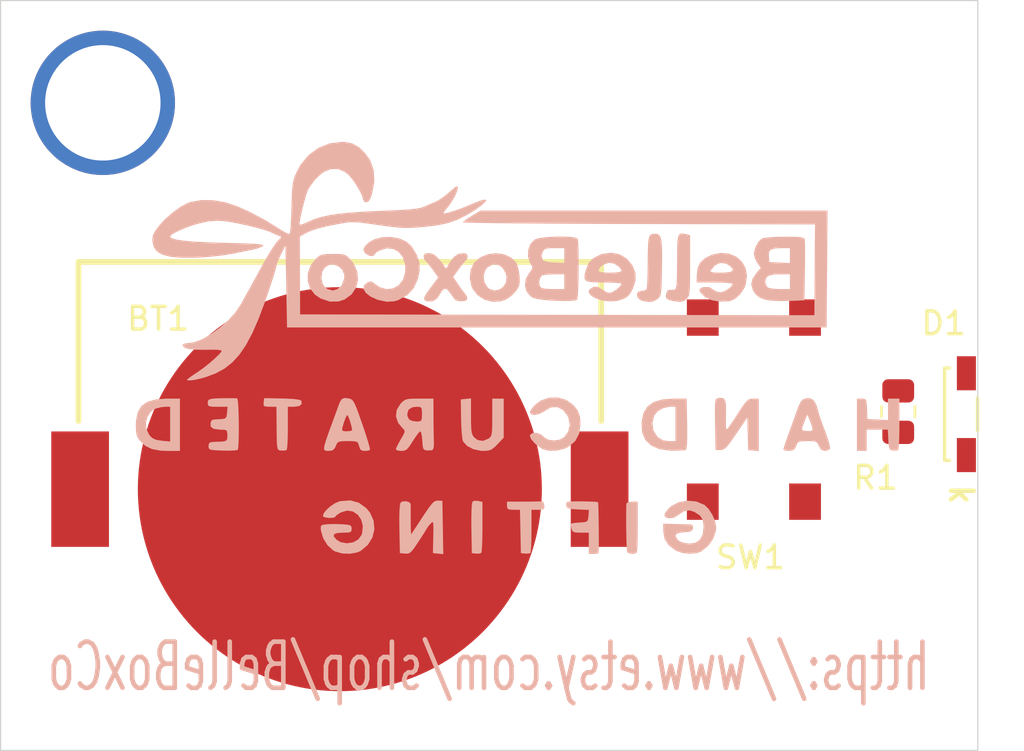
<source format=kicad_pcb>
(kicad_pcb (version 20240108) (generator "pcbnew") (generator_version "8.0")
  (layers (0 "F.Cu" signal) (31 "B.Cu" signal) (34 "B.Paste" user) (35 "F.Paste" user) (36 "B.SilkS" user "B.Silkscreen") (37 "F.SilkS" user "F.Silkscreen") (38 "B.Mask" user) (39 "F.Mask" user) (44 "Edge.Cuts" user))
  (net 0 "")
  (net 1 "Net-(BT1-+)")
  (net 2 "Net-(BT1--)")
  (net 3 "Net-(D1-A)")
  (net 4 "Net-(R1-Pad1)")
  (footprint "Belle:EVPBT" (layer "F.Cu") (at 180.65 112 90)
    (property "Reference" "SW1" (at -6.5 -0.15 0) (layer "F.SilkS") (effects (font (thickness 0.1524))))
    (property "Value" "SW_Push")
    (pad "1" smd rect (at -4.05 -2.25 90) (size 1.6 1.4) (layers "F.Cu" "F.Paste" "F.Mask") (net 1 "Net-(BT1-+)"))
    (pad "1" smd rect (at 4.05 -2.25 90) (size 1.6 1.4) (layers "F.Cu" "F.Paste" "F.Mask") (net 1 "Net-(BT1-+)"))
    (pad "2" smd rect (at -4.05 2.25 90) (size 1.6 1.4) (layers "F.Cu" "F.Paste" "F.Mask") (net 4 "Net-(R1-Pad1)"))
    (pad "2" smd rect (at 4.05 2.25 90) (size 1.6 1.4) (layers "F.Cu" "F.Paste" "F.Mask") (net 4 "Net-(R1-Pad1)"))
  )
  (footprint "Belle:CR2016" (layer "F.Cu") (at 162.43 115.5)
    (property "Reference" "BT1" (at -8 -7.5 0) (layer "F.SilkS") (effects (font (thickness 0.1524))))
    (property "Value" "Battery_Cell")
    (fp_line (start -11.5 -10) (end 11.5 -10) (stroke (width 0.254)) (layer "F.SilkS"))
    (fp_line (start -11.5 -3) (end -11.5 -10) (stroke (width 0.254)) (layer "F.SilkS"))
    (fp_line (start 11.5 -10) (end 11.5 -3) (stroke (width 0.254)) (layer "F.SilkS"))
    (pad "1" smd rect (at -11.43 0) (size 2.54 5.08) (layers "F.Cu" "F.Paste" "F.Mask") (net 1 "Net-(BT1-+)"))
    (pad "1" smd rect (at 11.43 0) (size 2.54 5.08) (layers "F.Cu" "F.Paste" "F.Mask") (net 1 "Net-(BT1-+)"))
    (pad "2" smd circle (at 0 0) (size 17.78 17.78) (layers "F.Cu" "F.Paste" "F.Mask") (net 2 "Net-(BT1--)"))
  )
  (footprint "Belle:LED_LTW-006DCG-E2_LTO" (layer "F.Cu") (at 189.7681 112.200001 -90)
    (property "Reference" "D1" (at -4 0.7681 0) (layer "F.SilkS") (effects (font (thickness 0.1524))))
    (property "Value" "LED")
    (fp_line (start -2.032 0.7239) (end 2.032 0.7239) (stroke (width 0.1524)) (layer "F.SilkS"))
    (fp_line (start 2.032 0.7239) (end 2.032 0.51994) (stroke (width 0.1524)) (layer "F.SilkS"))
    (fp_line (start -2.032 0.51994) (end -2.032 0.7239) (stroke (width 0.1524)) (layer "F.SilkS"))
    (fp_line (start 0.726043 -0.7239) (end -0.726043 -0.7239) (stroke (width 0.1524)) (layer "F.SilkS"))
    (fp_text user "k" (at 3 0.5776 -90) (layer "F.SilkS") (effects (font (thickness 0.2) (bold yes)) (justify left bottom)))
    (pad "1" smd rect (at 1.799999 -0.2319 270) (size 1.4986 0.8382) (layers "F.Cu" "F.Paste" "F.Mask") (net 2 "Net-(BT1--)"))
    (pad "2" smd rect (at -1.799999 -0.2319 270) (size 1.4986 0.8382) (layers "F.Cu" "F.Paste" "F.Mask") (net 3 "Net-(D1-A)"))
  )
  (footprint "Resistor_SMD:R_0805_2012Metric" (layer "F.Cu") (at 187 112.0875 90)
    (property "Reference" "R1" (at -2.9125 -1 0) (layer "F.SilkS") (effects (font (thickness 0.1524))))
    (property "Value" "R_US")
    (fp_line (start -0.227064 -0.735) (end 0.227064 -0.735) (stroke (width 0.12)) (layer "F.SilkS"))
    (fp_line (start -0.227064 0.735) (end 0.227064 0.735) (stroke (width 0.12)) (layer "F.SilkS"))
    (pad "1" smd roundrect (at -0.9125 0 90) (size 1.025 1.4) (layers "F.Cu" "F.Paste" "F.Mask") (roundrect_rratio 0.243902) (net 4 "Net-(R1-Pad1)"))
    (pad "2" smd roundrect (at 0.9125 0 90) (size 1.025 1.4) (layers "F.Cu" "F.Paste" "F.Mask") (roundrect_rratio 0.243902) (net 3 "Net-(D1-A)"))
  )
  (footprint "LOGO" (layer "B.Cu") (at 170 109.5 180)
    (property "Reference" "G***" (hide yes))
    (property "Value" "LOGO" (hide yes))
    (fp_poly (pts (xy 1.738993 -6.561691) (xy 1.759451 -6.663814) (xy 1.774461 -6.88195) (xy 1.783007 -7.188271) (xy 1.784076 -7.55495) (xy 1.781796 -7.735127) (xy 1.76289 -8.814447) (xy 1.58031 -8.83574) (xy 1.423135 -8.83382) (xy 1.346458 -8.805758) (xy 1.328651 -8.719425) (xy 1.313531 -8.51544) (xy 1.302271 -8.220056) (xy 1.296044 -7.859522) (xy 1.295184 -7.658981) (xy 1.295184 -6.563476) (xy 1.486234 -6.515526) (xy 1.668793 -6.510238)) (fill solid) (layer "B.SilkS"))
    (fp_poly (pts (xy -5.108336 -6.571304) (xy -5.034775 -6.63382) (xy -5.034489 -6.637819) (xy -5.028888 -6.972185) (xy -5.027643 -7.344258) (xy -5.030235 -7.7253) (xy -5.036149 -8.086576) (xy -5.044866 -8.399348) (xy -5.05587 -8.634881) (xy -5.068644 -8.764438) (xy -5.073019 -8.778817) (xy -5.174961 -8.834189) (xy -5.334807 -8.848853) (xy -5.471162 -8.818221) (xy -5.49254 -8.802455) (xy -5.509138 -8.717364) (xy -5.523247 -8.514416) (xy -5.533781 -8.219657) (xy -5.539656 -7.859132) (xy -5.54051 -7.65118) (xy -5.54051 -6.547875) (xy -5.288668 -6.547875)) (fill solid) (layer "B.SilkS"))
    (fp_poly (pts (xy -1.258794 -6.537326) (xy -1.057156 -6.543266) (xy -0.776862 -6.546983) (xy -0.53966 -6.547875) (xy 0.215864 -6.547875) (xy 0.215864 -6.727762) (xy 0.2 -6.843968) (xy 0.125363 -6.895401) (xy -0.048616 -6.907602) (xy -0.069866 -6.907649) (xy -0.355596 -6.907649) (xy -0.375673 -7.861048) (xy -0.395751 -8.814447) (xy -0.57833 -8.83574) (xy -0.735505 -8.83382) (xy -0.812183 -8.805758) (xy -0.831481 -8.718177) (xy -0.847461 -8.515612) (xy -0.858602 -8.226978) (xy -0.863381 -7.881189) (xy -0.863456 -7.831067) (xy -0.863456 -6.907649) (xy -1.156054 -6.907649) (xy -1.341441 -6.900128) (xy -1.420519 -6.859241) (xy -1.430769 -6.757504) (xy -1.425884 -6.709773) (xy -1.392823 -6.572705) (xy -1.34915 -6.529887)) (fill solid) (layer "B.SilkS"))
    (fp_poly (pts (xy 10.923901 -2.184912) (xy 10.926416 -2.305647) (xy 10.870008 -2.359989) (xy 10.717358 -2.374162) (xy 10.654071 -2.374504) (xy 10.361473 -2.374504) (xy 10.353825 -3.183994) (xy 10.349713 -3.602023) (xy 10.343846 -3.897837) (xy 10.332137 -4.093112) (xy 10.310497 -4.209524) (xy 10.274841 -4.268749) (xy 10.221082 -4.292462) (xy 10.145132 -4.302338) (xy 10.142916 -4.302595) (xy 9.985741 -4.300676) (xy 9.909064 -4.272614) (xy 9.889765 -4.185033) (xy 9.873785 -3.982468) (xy 9.862645 -3.693834) (xy 9.857866 -3.348045) (xy 9.857791 -3.297922) (xy 9.857791 -2.374504) (xy 9.57767 -2.374504) (xy 9.357615 -2.341649) (xy 9.248294 -2.251563) (xy 9.263978 -2.116964) (xy 9.272421 -2.102433) (xy 9.366494 -2.06455) (xy 9.58484 -2.03464) (xy 9.907939 -2.014869) (xy 10.111231 -2.009309) (xy 10.901133 -1.995319)) (fill solid) (layer "B.SilkS"))
    (fp_poly (pts (xy 15.677912 -2.048271) (xy 16.047465 -2.154604) (xy 16.308185 -2.342299) (xy 16.470048 -2.619922) (xy 16.543028 -2.996043) (xy 16.549575 -3.182926) (xy 16.540621 -3.462781) (xy 16.504945 -3.650196) (xy 16.429327 -3.796005) (xy 16.370525 -3.871436) (xy 16.129659 -4.094913) (xy 15.83836 -4.235599) (xy 15.465289 -4.304975) (xy 15.153573 -4.31728) (xy 14.606799 -4.31728) (xy 14.606799 -3.166006) (xy 14.606799 -3.139183) (xy 15.038527 -3.139183) (xy 15.038527 -3.903862) (xy 15.4121 -3.867966) (xy 15.664713 -3.826922) (xy 15.830875 -3.747291) (xy 15.948979 -3.627265) (xy 16.077127 -3.367821) (xy 16.099348 -3.078883) (xy 16.025496 -2.800781) (xy 15.865419 -2.573848) (xy 15.661081 -2.448512) (xy 15.432495 -2.393082) (xy 15.243654 -2.374504) (xy 15.038527 -2.374504) (xy 15.038527 -3.139183) (xy 14.606799 -3.139183) (xy 14.606799 -2.014731) (xy 15.189551 -2.014731)) (fill solid) (layer "B.SilkS"))
    (fp_poly (pts (xy -16.549575 -2.48587) (xy -16.549575 -2.957008) (xy -16.099858 -2.935586) (xy -15.650141 -2.914164) (xy -15.628719 -2.464447) (xy -15.614089 -2.21936) (xy -15.588366 -2.084866) (xy -15.534294 -2.027782) (xy -15.434619 -2.014925) (xy -15.394867 -2.014731) (xy -15.182436 -2.014731) (xy -15.182436 -3.166006) (xy -15.182436 -4.31728) (xy -15.3983 -4.31728) (xy -15.614164 -4.31728) (xy -15.614164 -3.849575) (xy -15.614164 -3.38187) (xy -16.078436 -3.38187) (xy -16.542708 -3.38187) (xy -16.56413 -3.831586) (xy -16.580219 -4.078225) (xy -16.608708 -4.215694) (xy -16.664635 -4.278711) (xy -16.763035 -4.301992) (xy -16.768132 -4.302595) (xy -16.925307 -4.300676) (xy -17.001984 -4.272614) (xy -17.019731 -4.18633) (xy -17.034815 -3.982291) (xy -17.046075 -3.686644) (xy -17.05235 -3.325534) (xy -17.053258 -3.118036) (xy -17.053258 -2.014731) (xy -16.801416 -2.014731) (xy -16.549575 -2.014731)) (fill solid) (layer "B.SilkS"))
    (fp_poly (pts (xy 2.023865 -2.02816) (xy 2.248862 -2.050708) (xy 2.235743 -2.908353) (xy 2.224684 -3.257029) (xy 2.204454 -3.562043) (xy 2.177994 -3.789303) (xy 2.150062 -3.90158) (xy 1.971257 -4.098335) (xy 1.695099 -4.242174) (xy 1.364356 -4.312999) (xy 1.266054 -4.317011) (xy 1.047833 -4.305847) (xy 0.892601 -4.253414) (xy 0.740145 -4.131925) (xy 0.636451 -4.026432) (xy 0.359774 -3.735583) (xy 0.359774 -2.875157) (xy 0.359774 -2.014731) (xy 0.611615 -2.014731) (xy 0.863456 -2.014731) (xy 0.863456 -2.838129) (xy 0.865325 -3.195675) (xy 0.874133 -3.437429) (xy 0.894686 -3.591494) (xy 0.931788 -3.685974) (xy 0.990243 -3.748969) (xy 1.023376 -3.77354) (xy 1.269228 -3.875946) (xy 1.502144 -3.840371) (xy 1.652155 -3.728075) (xy 1.718074 -3.641238) (xy 1.760917 -3.529994) (xy 1.78547 -3.363682) (xy 1.796517 -3.111643) (xy 1.798867 -2.788105) (xy 1.798867 -2.005613)) (fill solid) (layer "B.SilkS"))
    (fp_poly (pts (xy -7.421701 5.24902) (xy -7.351033 5.194383) (xy -7.30607 5.070877) (xy -7.281017 4.860649) (xy -7.270078 4.545844) (xy -7.267458 4.10861) (xy -7.267422 4.003441) (xy -7.265466 3.554277) (xy -7.258437 3.229258) (xy -7.244594 3.008658) (xy -7.222198 2.87275) (xy -7.189507 2.801808) (xy -7.15949 2.780212) (xy -6.998995 2.76624) (xy -6.946639 2.779056) (xy -6.860295 2.75147) (xy -6.795424 2.637099) (xy -6.770888 2.493045) (xy -6.80555 2.376408) (xy -6.81149 2.369927) (xy -6.918195 2.321021) (xy -7.110789 2.274329) (xy -7.207762 2.258662) (xy -7.431289 2.241258) (xy -7.575243 2.275386) (xy -7.690549 2.365903) (xy -7.744367 2.427285) (xy -7.783794 2.502356) (xy -7.81106 2.612771) (xy -7.828391 2.780182) (xy -7.838016 3.026245) (xy -7.842163 3.372613) (xy -7.843059 3.84094) (xy -7.843059 3.848204) (xy -7.843059 5.177995) (xy -7.663334 5.223103) (xy -7.523869 5.252642)) (fill solid) (layer "B.SilkS"))
    (fp_poly (pts (xy -6.261073 5.238606) (xy -6.163736 5.225365) (xy -6.092204 5.189555) (xy -6.042295 5.111531) (xy -6.00983 4.971646) (xy -5.990629 4.750257) (xy -5.98051 4.427715) (xy -5.975295 3.984376) (xy -5.974569 3.89214) (xy -5.969263 3.518237) (xy -5.960075 3.195611) (xy -5.948136 2.951655) (xy -5.934578 2.813761) (xy -5.929214 2.794831) (xy -5.835768 2.747486) (xy -5.722146 2.734278) (xy -5.563403 2.688644) (xy -5.499008 2.578661) (xy -5.524607 2.444709) (xy -5.635847 2.327167) (xy -5.771742 2.274292) (xy -6.03672 2.235813) (xy -6.220694 2.255028) (xy -6.377676 2.339825) (xy -6.413983 2.36809) (xy -6.475916 2.423771) (xy -6.521098 2.490264) (xy -6.552663 2.590007) (xy -6.573745 2.74544) (xy -6.58748 2.979) (xy -6.597 3.313125) (xy -6.604829 3.734377) (xy -6.610551 4.243374) (xy -6.605369 4.625791) (xy -6.585362 4.898789) (xy -6.546607 5.079527) (xy -6.485184 5.185166) (xy -6.397171 5.232865) (xy -6.278646 5.239786)) (fill solid) (layer "B.SilkS"))
    (fp_poly (pts (xy -6.615203 -2.050914) (xy -6.234443 -2.163901) (xy -5.961861 -2.360345) (xy -5.788719 -2.6469) (xy -5.706279 -3.030219) (xy -5.701648 -3.089345) (xy -5.730229 -3.507474) (xy -5.873969 -3.840598) (xy -6.130264 -4.086426) (xy -6.49651 -4.242666) (xy -6.970101 -4.307027) (xy -7.087535 -4.308634) (xy -7.349099 -4.303205) (xy -7.555195 -4.291544) (xy -7.662149 -4.276148) (xy -7.663173 -4.275737) (xy -7.691047 -4.192342) (xy -7.709324 -3.977599) (xy -7.717464 -3.643782) (xy -7.714926 -3.203168) (xy -7.71362 -3.130143) (xy -7.713618 -3.130028) (xy -7.195467 -3.130028) (xy -7.195467 -3.885552) (xy -6.902114 -3.885552) (xy -6.657557 -3.853636) (xy -6.462039 -3.735065) (xy -6.398431 -3.675223) (xy -6.227755 -3.409098) (xy -6.185727 -3.089828) (xy -6.256965 -2.778385) (xy -6.396315 -2.591189) (xy -6.629288 -2.448385) (xy -6.906566 -2.377672) (xy -6.97603 -2.374504) (xy -7.195467 -2.374504) (xy -7.195467 -3.130028) (xy -7.713618 -3.130028) (xy -7.692113 -2.014731) (xy -7.11288 -2.014731)) (fill solid) (layer "B.SilkS"))
    (fp_poly (pts (xy 8.15694 4.347594) (xy 8.345739 4.323513) (xy 8.477377 4.270381) (xy 8.595123 4.177562) (xy 8.599623 4.173371) (xy 8.84934 3.858817) (xy 8.978207 3.513844) (xy 8.988849 3.164669) (xy 8.883888 2.83751) (xy 8.665948 2.558585) (xy 8.421439 2.392493) (xy 8.015015 2.254507) (xy 7.626127 2.257977) (xy 7.354382 2.350598) (xy 7.052351 2.571091) (xy 6.856367 2.865263) (xy 6.770767 3.204982) (xy 6.789021 3.428859) (xy 7.376361 3.428859) (xy 7.381802 3.259686) (xy 7.488887 2.98294) (xy 7.663782 2.806283) (xy 7.88053 2.742197) (xy 8.113172 2.803166) (xy 8.203725 2.86444) (xy 8.329941 3.049216) (xy 8.377313 3.297953) (xy 8.343359 3.552635) (xy 8.241112 3.7391) (xy 8.046186 3.866449) (xy 7.828503 3.880272) (xy 7.621806 3.799396) (xy 7.459844 3.64265) (xy 7.376361 3.428859) (xy 6.789021 3.428859) (xy 6.799887 3.56212) (xy 6.948063 3.908545) (xy 7.086356 4.08923) (xy 7.216398 4.223997) (xy 7.328667 4.302744) (xy 7.467675 4.340514) (xy 7.677938 4.352348) (xy 7.867711 4.353258)) (fill solid) (layer "B.SilkS"))
    (fp_poly (pts (xy 1.047777 4.342211) (xy 1.373825 4.212938) (xy 1.637106 3.996696) (xy 1.675744 3.947738) (xy 1.81912 3.638365) (xy 1.853795 3.27958) (xy 1.777471 2.918865) (xy 1.73062 2.8135) (xy 1.51013 2.52866) (xy 1.205769 2.335258) (xy 0.852586 2.243692) (xy 0.485631 2.264359) (xy 0.214742 2.363827) (xy 0.002528 2.516886) (xy -0.186149 2.715736) (xy -0.204841 2.741589) (xy -0.304906 2.914419) (xy -0.346813 3.088475) (xy -0.343572 3.326985) (xy -0.340892 3.360103) (xy 0.240209 3.360103) (xy 0.257205 3.112013) (xy 0.372762 2.914426) (xy 0.553674 2.785939) (xy 0.766738 2.745144) (xy 0.978749 2.810639) (xy 1.076517 2.891755) (xy 1.209577 3.12244) (xy 1.24094 3.385498) (xy 1.171161 3.630229) (xy 1.067019 3.759632) (xy 0.838386 3.879768) (xy 0.613248 3.870856) (xy 0.418427 3.745858) (xy 0.28074 3.517731) (xy 0.240209 3.360103) (xy -0.340892 3.360103) (xy -0.338415 3.39071) (xy -0.297048 3.652991) (xy -0.229671 3.882901) (xy -0.183326 3.978137) (xy 0.043408 4.202476) (xy 0.347529 4.337553) (xy 0.693998 4.38394)) (fill solid) (layer "B.SilkS"))
    (fp_poly (pts (xy -2.664392 -6.538904) (xy -2.459443 -6.544276) (xy -2.391476 -6.607264) (xy -2.387488 -6.709773) (xy -2.412953 -6.796471) (xy -2.480607 -6.847857) (xy -2.623474 -6.875733) (xy -2.874581 -6.891901) (xy -2.900317 -6.893042) (xy -3.390153 -6.914413) (xy -3.368023 -7.180861) (xy -3.348332 -7.339583) (xy -3.297305 -7.420531) (xy -3.175276 -7.453755) (xy -2.99075 -7.466663) (xy -2.779492 -7.483661) (xy -2.636471 -7.505434) (xy -2.604346 -7.517278) (xy -2.59648 -7.602251) (xy -2.619075 -7.731776) (xy -2.661509 -7.841642) (xy -2.744552 -7.895976) (xy -2.910223 -7.913818) (xy -3.023467 -7.915014) (xy -3.38187 -7.915014) (xy -3.38187 -8.382719) (xy -3.38187 -8.850425) (xy -3.597734 -8.850425) (xy -3.750503 -8.839953) (xy -3.816649 -8.814741) (xy -3.816681 -8.814447) (xy -3.822691 -8.666978) (xy -3.825606 -8.423766) (xy -3.825787 -8.114948) (xy -3.823591 -7.77066) (xy -3.819379 -7.421039) (xy -3.81351 -7.096222) (xy -3.806341 -6.826345) (xy -3.798233 -6.641544) (xy -3.789967 -6.572215) (xy -3.709069 -6.558434) (xy -3.52017 -6.547458) (xy -3.259162 -6.540043) (xy -2.961938 -6.53694)) (fill solid) (layer "B.SilkS"))
    (fp_poly (pts (xy -9.046502 -1.998639) (xy -8.998282 -2.019918) (xy -8.964674 -2.073862) (xy -8.94369 -2.181711) (xy -8.933348 -2.364703) (xy -8.931661 -2.644077) (xy -8.936646 -3.041072) (xy -8.93857 -3.153639) (xy -8.958357 -4.281303) (xy -9.174221 -4.281303) (xy -9.274628 -4.269722) (xy -9.369008 -4.221688) (xy -9.476922 -4.117267) (xy -9.617935 -3.936524) (xy -9.811609 -3.659526) (xy -9.873046 -3.569218) (xy -10.356008 -2.857133) (xy -10.376729 -3.569218) (xy -10.39745 -4.281303) (xy -10.631303 -4.303851) (xy -10.865156 -4.326398) (xy -10.865156 -3.170564) (xy -10.865156 -2.014731) (xy -10.614885 -2.014731) (xy -10.490819 -2.023426) (xy -10.390275 -2.065097) (xy -10.287744 -2.163119) (xy -10.157715 -2.34087) (xy -10.006339 -2.572379) (xy -9.833945 -2.837271) (xy -9.67895 -3.069332) (xy -9.566004 -3.231891) (xy -9.537063 -3.270584) (xy -9.483284 -3.337367) (xy -9.447771 -3.362481) (xy -9.427311 -3.326125) (xy -9.418691 -3.208503) (xy -9.418698 -2.989814) (xy -9.424119 -2.650261) (xy -9.4253 -2.581901) (xy -9.420947 -2.271448) (xy -9.385437 -2.082022) (xy -9.304559 -1.99174) (xy -9.164102 -1.978721)) (fill solid) (layer "B.SilkS"))
    (fp_poly (pts (xy -1.638395 -1.971945) (xy -1.278871 -2.093586) (xy -1.043876 -2.261409) (xy -0.894399 -2.425348) (xy -0.803885 -2.568918) (xy -0.791501 -2.616853) (xy -0.847909 -2.709935) (xy -0.990735 -2.737258) (xy -1.180385 -2.702566) (xy -1.377263 -2.609602) (xy -1.452216 -2.554391) (xy -1.720938 -2.403706) (xy -1.987633 -2.38921) (xy -2.23069 -2.504521) (xy -2.4285 -2.743256) (xy -2.484978 -2.859393) (xy -2.545376 -3.17595) (xy -2.470957 -3.479099) (xy -2.292286 -3.714954) (xy -2.091581 -3.82183) (xy -1.843281 -3.856451) (xy -1.602204 -3.820493) (xy -1.423168 -3.715633) (xy -1.400422 -3.687677) (xy -1.268676 -3.577682) (xy -1.095979 -3.522429) (xy -0.929187 -3.524339) (xy -0.815158 -3.585833) (xy -0.791501 -3.656226) (xy -0.847699 -3.796721) (xy -0.991609 -3.970123) (xy -1.186204 -4.137572) (xy -1.34442 -4.236534) (xy -1.620109 -4.311962) (xy -1.954867 -4.308442) (xy -2.290857 -4.23095) (xy -2.49169 -4.137844) (xy -2.787281 -3.884233) (xy -2.964271 -3.549366) (xy -3.022096 -3.141827) (xy -2.994811 -2.799578) (xy -2.898975 -2.537862) (xy -2.713616 -2.301396) (xy -2.696874 -2.284487) (xy -2.384853 -2.067918) (xy -2.019541 -1.963563)) (fill solid) (layer "B.SilkS"))
    (fp_poly (pts (xy 5.718697 5.08763) (xy 6.070276 4.992171) (xy 6.288999 4.867185) (xy 6.483315 4.681323) (xy 6.539784 4.52092) (xy 6.460486 4.377812) (xy 6.421955 4.34549) (xy 6.272831 4.269743) (xy 6.13097 4.250507) (xy 6.049154 4.291982) (xy 6.044193 4.315433) (xy 5.986591 4.393111) (xy 5.84646 4.487627) (xy 5.831902 4.495319) (xy 5.51167 4.595863) (xy 5.219801 4.568274) (xy 4.97473 4.427987) (xy 4.794891 4.190436) (xy 4.698719 3.871055) (xy 4.696734 3.54491) (xy 4.792399 3.221187) (xy 4.979241 2.981452) (xy 5.229339 2.837733) (xy 5.514771 2.802058) (xy 5.807615 2.886454) (xy 5.970903 2.996038) (xy 6.126707 3.113453) (xy 6.237668 3.142845) (xy 6.360821 3.097826) (xy 6.372175 3.091811) (xy 6.51293 2.961539) (xy 6.528226 2.8042) (xy 6.42947 2.637194) (xy 6.228068 2.477924) (xy 5.935427 2.343793) (xy 5.867335 2.321631) (xy 5.505276 2.245731) (xy 5.186225 2.265347) (xy 5.00085 2.31849) (xy 4.611573 2.525439) (xy 4.322302 2.835202) (xy 4.132429 3.248606) (xy 4.058402 3.599586) (xy 4.065191 3.956063) (xy 4.187158 4.319755) (xy 4.416224 4.693951) (xy 4.648182 4.901475) (xy 4.968608 5.038671) (xy 5.33846 5.101926)) (fill solid) (layer "B.SilkS"))
    (fp_poly (pts (xy 3.324292 -6.507502) (xy 3.411357 -6.542926) (xy 3.507612 -6.627933) (xy 3.630129 -6.780902) (xy 3.79598 -7.020207) (xy 4.006046 -7.339377) (xy 4.175369 -7.598124) (xy 4.314105 -7.808153) (xy 4.404439 -7.942612) (xy 4.42914 -7.977186) (xy 4.439768 -7.922774) (xy 4.447649 -7.755066) (xy 4.451648 -7.504668) (xy 4.451859 -7.365571) (xy 4.451664 -7.070272) (xy 4.452647 -6.827054) (xy 4.454606 -6.674024) (xy 4.455645 -6.646207) (xy 4.521465 -6.568163) (xy 4.662486 -6.53005) (xy 4.813456 -6.540445) (xy 4.896573 -6.588256) (xy 4.928381 -6.703644) (xy 4.948157 -6.95218) (xy 4.955418 -7.323566) (xy 4.950996 -7.747454) (xy 4.928895 -8.814447) (xy 4.701182 -8.836537) (xy 4.585165 -8.838056) (xy 4.489079 -8.801379) (xy 4.387017 -8.703833) (xy 4.253068 -8.522745) (xy 4.12561 -8.332854) (xy 3.96556 -8.08825) (xy 3.837069 -7.886848) (xy 3.76037 -7.760561) (xy 3.748799 -7.738409) (xy 3.681461 -7.638277) (xy 3.582416 -7.522545) (xy 3.520218 -7.461012) (xy 3.481007 -7.451326) (xy 3.460324 -7.5143) (xy 3.453708 -7.670745) (xy 3.456699 -7.941476) (xy 3.45976 -8.094901) (xy 3.474534 -8.814447) (xy 3.24651 -8.83713) (xy 3.018487 -8.859812) (xy 3.03828 -7.685855) (xy 3.058074 -6.511898) (xy 3.229347 -6.503284)) (fill solid) (layer "B.SilkS"))
    (fp_poly (pts (xy 3.828487 4.366) (xy 3.883786 4.281176) (xy 3.885553 4.249572) (xy 3.855718 4.114018) (xy 3.820251 4.069551) (xy 3.745951 3.993036) (xy 3.619697 3.83563) (xy 3.499135 3.673118) (xy 3.243321 3.317043) (xy 3.564437 2.889865) (xy 3.750373 2.633474) (xy 3.850022 2.464359) (xy 3.869852 2.359768) (xy 3.816332 2.296946) (xy 3.741643 2.266572) (xy 3.501194 2.256674) (xy 3.298861 2.37837) (xy 3.205938 2.510765) (xy 3.071512 2.733438) (xy 2.955894 2.821048) (xy 2.838617 2.776978) (xy 2.699213 2.604609) (xy 2.693161 2.595509) (xy 2.570923 2.41481) (xy 2.483655 2.32097) (xy 2.384638 2.282365) (xy 2.227156 2.267376) (xy 2.206265 2.26595) (xy 2.038745 2.287838) (xy 1.963686 2.351847) (xy 1.976922 2.478554) (xy 2.038088 2.576423) (xy 2.143214 2.707895) (xy 2.285535 2.904173) (xy 2.365554 3.020708) (xy 2.580254 3.34039) (xy 2.316715 3.702915) (xy 2.170115 3.896794) (xy 2.053162 4.037424) (xy 1.997976 4.089424) (xy 1.951873 4.17176) (xy 1.942776 4.251322) (xy 1.986983 4.359362) (xy 2.127393 4.389235) (xy 2.373187 4.346957) (xy 2.571381 4.204818) (xy 2.733178 3.979189) (xy 2.892397 3.709334) (xy 3.04719 3.922736) (xy 3.246826 4.174367) (xy 3.413005 4.319901) (xy 3.576197 4.382176) (xy 3.669689 4.389235)) (fill solid) (layer "B.SilkS"))
    (fp_poly (pts (xy -8.818175 4.322606) (xy -8.506847 4.173945) (xy -8.286919 3.980464) (xy -8.165993 3.717408) (xy -8.130878 3.377186) (xy -8.130878 3.094051) (xy -8.922379 3.094051) (xy -9.243004 3.088385) (xy -9.500433 3.072987) (xy -9.666229 3.050252) (xy -9.713881 3.027319) (xy -9.654722 2.923285) (xy -9.511415 2.804884) (xy -9.335217 2.706492) (xy -9.177382 2.662484) (xy -9.169657 2.662323) (xy -8.996093 2.701521) (xy -8.90953 2.756293) (xy -8.682729 2.895562) (xy -8.431302 2.894091) (xy -8.380703 2.87742) (xy -8.257411 2.81369) (xy -8.252006 2.730806) (xy -8.291384 2.657591) (xy -8.495642 2.450393) (xy -8.799278 2.311214) (xy -9.170409 2.249081) (xy -9.577149 2.273024) (xy -9.621318 2.281033) (xy -9.840127 2.384027) (xy -10.054879 2.584485) (xy -10.226398 2.840314) (xy -10.29186 3.001538) (xy -10.347825 3.392163) (xy -10.3056 3.616574) (xy -9.715789 3.616574) (xy -9.592013 3.555301) (xy -9.329853 3.527719) (xy -9.205952 3.525779) (xy -8.933721 3.53205) (xy -8.785511 3.553417) (xy -8.741871 3.593709) (xy -8.749191 3.615723) (xy -8.943028 3.852014) (xy -9.171706 3.954602) (xy -9.421038 3.919437) (xy -9.553961 3.845495) (xy -9.702624 3.712864) (xy -9.715789 3.616574) (xy -10.3056 3.616574) (xy -10.283045 3.736449) (xy -10.116669 4.021819) (xy -9.867846 4.235697) (xy -9.555724 4.365505) (xy -9.19945 4.398667)) (fill solid) (layer "B.SilkS"))
    (fp_poly (pts (xy -7.337414 -6.57299) (xy -7.010279 -6.7449) (xy -6.89469 -6.849566) (xy -6.738839 -7.046138) (xy -6.705774 -7.17824) (xy -6.795741 -7.256863) (xy -6.904432 -7.282298) (xy -7.128819 -7.261134) (xy -7.313739 -7.144524) (xy -7.574481 -6.973266) (xy -7.817863 -6.934137) (xy -8.038426 -7.004981) (xy -8.273036 -7.160119) (xy -8.395279 -7.346932) (xy -8.435647 -7.614414) (xy -8.436308 -7.64423) (xy -8.396978 -7.991008) (xy -8.265177 -8.230339) (xy -8.073286 -8.35496) (xy -7.840133 -8.395001) (xy -7.586556 -8.368437) (xy -7.3738 -8.286243) (xy -7.291269 -8.214856) (xy -7.2062 -8.066347) (xy -7.232421 -7.972306) (xy -7.3814 -7.919956) (xy -7.573229 -7.900786) (xy -7.797784 -7.879991) (xy -7.915934 -7.839576) (xy -7.965166 -7.762364) (xy -7.973985 -7.717139) (xy -7.95695 -7.585575) (xy -7.866053 -7.549827) (xy -7.73224 -7.545551) (xy -7.502035 -7.539345) (xy -7.222918 -7.532481) (xy -7.195467 -7.531838) (xy -6.655807 -7.519263) (xy -6.659413 -7.846434) (xy -6.717542 -8.188508) (xy -6.891869 -8.465064) (xy -7.194916 -8.69572) (xy -7.205264 -8.701645) (xy -7.479878 -8.802562) (xy -7.804081 -8.842952) (xy -8.115682 -8.820086) (xy -8.321079 -8.750617) (xy -8.628992 -8.509249) (xy -8.856924 -8.189592) (xy -8.979134 -7.83266) (xy -8.992754 -7.680377) (xy -8.947118 -7.422622) (xy -8.826509 -7.13513) (xy -8.660721 -6.874139) (xy -8.479548 -6.695883) (xy -8.4669 -6.68786) (xy -8.104779 -6.540454) (xy -7.715265 -6.503503)) (fill solid) (layer "B.SilkS"))
    (fp_poly (pts (xy -12.940676 -1.999802) (xy -12.885225 -2.011828) (xy -12.780015 -2.064286) (xy -12.688875 -2.182975) (xy -12.592982 -2.397147) (xy -12.534847 -2.556375) (xy -12.418271 -2.885241) (xy -12.281067 -3.266858) (xy -12.152767 -3.619094) (xy -12.151746 -3.62187) (xy -12.056322 -3.88887) (xy -11.9841 -4.10511) (xy -11.94699 -4.234413) (xy -11.944476 -4.251473) (xy -12.007621 -4.295469) (xy -12.162331 -4.316881) (xy -12.189278 -4.31728) (xy -12.368247 -4.295905) (xy -12.465639 -4.205117) (xy -12.509331 -4.101416) (xy -12.560806 -3.98015) (xy -12.634037 -3.915654) (xy -12.769962 -3.890073) (xy -13.004278 -3.885552) (xy -13.242069 -3.890441) (xy -13.377523 -3.917028) (xy -13.452157 -3.983198) (xy -13.505453 -4.101416) (xy -13.600505 -4.262881) (xy -13.743874 -4.31635) (xy -13.775328 -4.31728) (xy -13.929752 -4.283408) (xy -14.001826 -4.217986) (xy -13.993859 -4.110951) (xy -13.940955 -3.905877) (xy -13.852949 -3.637804) (xy -13.794779 -3.480451) (xy -13.758464 -3.383146) (xy -13.225238 -3.383146) (xy -13.16519 -3.438092) (xy -13.019113 -3.44331) (xy -12.987641 -3.44136) (xy -12.82177 -3.418151) (xy -12.76714 -3.363099) (xy -12.780861 -3.281854) (xy -12.842155 -3.110518) (xy -12.914267 -2.929632) (xy -13.002434 -2.719942) (xy -13.121047 -3.016385) (xy -13.207706 -3.251551) (xy -13.225238 -3.383146) (xy -13.758464 -3.383146) (xy -13.680486 -3.174203) (xy -13.582096 -2.894803) (xy -13.514739 -2.68588) (xy -13.498552 -2.626345) (xy -13.400995 -2.295465) (xy -13.286574 -2.091846) (xy -13.138673 -1.998841)) (fill solid) (layer "B.SilkS"))
    (fp_poly (pts (xy 12.691279 -1.998139) (xy 12.991375 -2.004812) (xy 13.189548 -2.020486) (xy 13.306789 -2.048884) (xy 13.364087 -2.09373) (xy 13.382431 -2.158748) (xy 13.38357 -2.194617) (xy 13.374551 -2.293935) (xy 13.325075 -2.347771) (xy 13.201511 -2.370001) (xy 12.97023 -2.374495) (xy 12.947498 -2.374504) (xy 12.511426 -2.374504) (xy 12.533759 -2.639957) (xy 12.558044 -2.810719) (xy 12.622037 -2.889108) (xy 12.770604 -2.915595) (xy 12.84391 -2.919749) (xy 13.062964 -2.932027) (xy 13.178115 -2.951269) (xy 13.229076 -2.993574) (xy 13.255563 -3.075042) (xy 13.258922 -3.087983) (xy 13.251465 -3.24899) (xy 13.123571 -3.345519) (xy 12.869576 -3.381446) (xy 12.829519 -3.38187) (xy 12.636344 -3.388035) (xy 12.547016 -3.428265) (xy 12.52148 -3.535165) (xy 12.520113 -3.633711) (xy 12.525704 -3.775821) (xy 12.563405 -3.857809) (xy 12.664614 -3.897229) (xy 12.860726 -3.911635) (xy 13.023796 -3.91532) (xy 13.22379 -3.926905) (xy 13.318502 -3.966239) (xy 13.346453 -4.055458) (xy 13.347592 -4.101416) (xy 13.341343 -4.188546) (xy 13.303673 -4.242953) (xy 13.206197 -4.27389) (xy 13.020531 -4.290607) (xy 12.73257 -4.30188) (xy 12.447618 -4.305675) (xy 12.219746 -4.297995) (xy 12.085536 -4.280489) (xy 12.066989 -4.271899) (xy 12.044671 -4.181643) (xy 12.028837 -3.982037) (xy 12.019204 -3.702865) (xy 12.015493 -3.37391) (xy 12.017421 -3.024956) (xy 12.024708 -2.685786) (xy 12.037072 -2.386183) (xy 12.054232 -2.155932) (xy 12.075907 -2.024816) (xy 12.088385 -2.005736) (xy 12.222928 -1.997391) (xy 12.268272 -1.996742)) (fill solid) (layer "B.SilkS"))
    (fp_poly (pts (xy 7.479496 -2.030003) (xy 7.569577 -2.164732) (xy 7.649961 -2.374504) (xy 7.728133 -2.59493) (xy 7.837275 -2.89478) (xy 7.957275 -3.21894) (xy 7.991343 -3.309915) (xy 8.099147 -3.608332) (xy 8.188789 -3.877419) (xy 8.245892 -4.073212) (xy 8.256096 -4.119405) (xy 8.265993 -4.255675) (xy 8.202974 -4.308819) (xy 8.06084 -4.31728) (xy 7.884325 -4.290648) (xy 7.783718 -4.181971) (xy 7.74908 -4.101416) (xy 7.695872 -3.982974) (xy 7.623555 -3.918372) (xy 7.492342 -3.891334) (xy 7.262444 -3.885585) (xy 7.221387 -3.885552) (xy 6.976412 -3.888976) (xy 6.838334 -3.910037) (xy 6.770145 -3.964918) (xy 6.73484 -4.069801) (xy 6.727762 -4.101416) (xy 6.667583 -4.258113) (xy 6.551951 -4.313754) (xy 6.482196 -4.31728) (xy 6.322115 -4.303636) (xy 6.242454 -4.275692) (xy 6.250821 -4.197154) (xy 6.300763 -4.006939) (xy 6.385192 -3.728804) (xy 6.497025 -3.386504) (xy 6.51002 -3.348508) (xy 7.036023 -3.348508) (xy 7.036906 -3.415187) (xy 7.129678 -3.442977) (xy 7.287215 -3.453824) (xy 7.43325 -3.439611) (xy 7.471669 -3.372042) (xy 7.454535 -3.277111) (xy 7.390747 -3.058625) (xy 7.32138 -2.872765) (xy 7.262412 -2.758471) (xy 7.235195 -2.74252) (xy 7.184942 -2.837051) (xy 7.124489 -3.005203) (xy 7.069596 -3.19351) (xy 7.036023 -3.348508) (xy 6.51002 -3.348508) (xy 6.580044 -3.143761) (xy 6.723158 -2.73558) (xy 6.830799 -2.443183) (xy 6.913782 -2.246093) (xy 6.982918 -2.12383) (xy 7.049023 -2.055919) (xy 7.122909 -2.021879) (xy 7.179618 -2.008342) (xy 7.360679 -1.986569)) (fill solid) (layer "B.SilkS"))
    (fp_poly (pts (xy 7.538126 -6.525406) (xy 7.60775 -6.542639) (xy 7.79813 -6.62617) (xy 7.995629 -6.762026) (xy 8.168573 -6.920485) (xy 8.285286 -7.071826) (xy 8.314092 -7.186329) (xy 8.308103 -7.199775) (xy 8.221468 -7.242791) (xy 8.066946 -7.264157) (xy 7.903601 -7.262548) (xy 7.790498 -7.236637) (xy 7.771105 -7.21183) (xy 7.713861 -7.145352) (xy 7.571816 -7.049871) (xy 7.526677 -7.024605) (xy 7.251495 -6.94264) (xy 6.997294 -6.982708) (xy 6.783976 -7.122938) (xy 6.631443 -7.341459) (xy 6.559595 -7.616397) (xy 6.588334 -7.925883) (xy 6.619372 -8.021742) (xy 6.763536 -8.217417) (xy 6.992352 -8.340112) (xy 7.262074 -8.381847) (xy 7.528961 -8.33464) (xy 7.717139 -8.222052) (xy 7.836966 -8.079397) (xy 7.825103 -7.982654) (xy 7.679032 -7.928956) (xy 7.447309 -7.915014) (xy 7.220465 -7.910109) (xy 7.102334 -7.885144) (xy 7.057799 -7.824748) (xy 7.051558 -7.741787) (xy 7.063715 -7.643257) (xy 7.123012 -7.587821) (xy 7.263693 -7.559102) (xy 7.465298 -7.543911) (xy 7.754219 -7.534561) (xy 8.033851 -7.537965) (xy 8.157221 -7.545606) (xy 8.336097 -7.569915) (xy 8.408142 -7.626089) (xy 8.409892 -7.758456) (xy 8.399512 -7.83955) (xy 8.300002 -8.167625) (xy 8.111526 -8.468514) (xy 7.868441 -8.691814) (xy 7.787505 -8.737337) (xy 7.473475 -8.829128) (xy 7.122405 -8.843417) (xy 6.796825 -8.78152) (xy 6.647789 -8.713367) (xy 6.334862 -8.448282) (xy 6.134321 -8.120078) (xy 6.049759 -7.756271) (xy 6.08477 -7.384378) (xy 6.242945 -7.031919) (xy 6.402793 -6.836867) (xy 6.734586 -6.597364) (xy 7.11402 -6.493302)) (fill solid) (layer "B.SilkS"))
    (fp_poly (pts (xy -3.970432 4.352624) (xy -3.923578 4.337635) (xy -3.589846 4.174633) (xy -3.369549 3.940749) (xy -3.245281 3.632977) (xy -3.196526 3.41293) (xy -3.193909 3.262697) (xy -3.256962 3.168985) (xy -3.405218 3.118502) (xy -3.658207 3.097955) (xy -4.035461 3.094051) (xy -4.03716 3.094051) (xy -4.353532 3.088847) (xy -4.608748 3.074746) (xy -4.773626 3.054009) (xy -4.820963 3.033249) (xy -4.763772 2.932702) (xy -4.619641 2.803096) (xy -4.429739 2.680938) (xy -4.414923 2.673158) (xy -4.293477 2.637229) (xy -4.159625 2.673921) (xy -3.989089 2.777883) (xy -3.800088 2.890327) (xy -3.665239 2.919199) (xy -3.549662 2.885769) (xy -3.401758 2.778943) (xy -3.375864 2.661574) (xy -3.451523 2.543455) (xy -3.608279 2.434375) (xy -3.825677 2.344126) (xy -4.083258 2.282498) (xy -4.360569 2.259281) (xy -4.637151 2.284267) (xy -4.749008 2.31174) (xy -4.99415 2.406291) (xy -5.158634 2.538055) (xy -5.29155 2.751509) (xy -5.334469 2.84221) (xy -5.448118 3.200282) (xy -5.43595 3.527212) (xy -5.407268 3.597734) (xy -4.820963 3.597734) (xy -4.754411 3.560823) (xy -4.576038 3.535318) (xy -4.317769 3.525779) (xy -4.31728 3.525779) (xy -4.041052 3.532629) (xy -3.883231 3.556614) (xy -3.818815 3.60289) (xy -3.813598 3.629631) (xy -3.877005 3.761) (xy -4.034794 3.877544) (xy -4.238315 3.948571) (xy -4.333291 3.957507) (xy -4.512848 3.912428) (xy -4.686482 3.80305) (xy -4.801619 3.668157) (xy -4.820963 3.597734) (xy -5.407268 3.597734) (xy -5.30484 3.849575) (xy -5.062333 4.145457) (xy -4.741033 4.334309) (xy -4.368035 4.406555)) (fill solid) (layer "B.SilkS"))
    (fp_poly (pts (xy 4.374722 -2.017339) (xy 4.571474 -2.032093) (xy 4.701278 -2.069382) (xy 4.802611 -2.139598) (xy 4.900026 -2.238204) (xy 5.068643 -2.509661) (xy 5.10219 -2.801215) (xy 5.002696 -3.089214) (xy 4.807178 -3.320514) (xy 4.736152 -3.393063) (xy 4.719236 -3.468286) (xy 4.763027 -3.584918) (xy 4.87412 -3.78169) (xy 4.890428 -3.809375) (xy 5.007393 -4.018521) (xy 5.086636 -4.180837) (xy 5.108782 -4.248492) (xy 5.045707 -4.294717) (xy 4.891423 -4.316934) (xy 4.867168 -4.31728) (xy 4.731378 -4.304962) (xy 4.624526 -4.249831) (xy 4.514526 -4.124624) (xy 4.369293 -3.90208) (xy 4.359076 -3.885552) (xy 4.218867 -3.672043) (xy 4.101443 -3.517698) (xy 4.030954 -3.454069) (xy 4.028644 -3.453824) (xy 3.990874 -3.519073) (xy 3.958846 -3.688045) (xy 3.943109 -3.867564) (xy 3.925706 -4.101769) (xy 3.893637 -4.22766) (xy 3.83014 -4.280815) (xy 3.741643 -4.295178) (xy 3.575288 -4.294133) (xy 3.489802 -4.277237) (xy 3.4462 -4.191697) (xy 3.429508 -4.020453) (xy 3.430631 -3.975543) (xy 3.436231 -3.794494) (xy 3.441596 -3.510935) (xy 3.446059 -3.166267) (xy 3.44862 -2.860198) (xy 3.449617 -2.6983) (xy 3.957507 -2.6983) (xy 3.963211 -2.897282) (xy 3.999459 -2.991511) (xy 4.094958 -3.020131) (xy 4.194958 -3.022096) (xy 4.385627 -2.997366) (xy 4.516767 -2.937679) (xy 4.518754 -2.935751) (xy 4.590843 -2.79547) (xy 4.605099 -2.6983) (xy 4.548615 -2.502586) (xy 4.379178 -2.396032) (xy 4.194958 -2.374504) (xy 4.049038 -2.382282) (xy 3.979937 -2.431711) (xy 3.958948 -2.561937) (xy 3.957507 -2.6983) (xy 3.449617 -2.6983) (xy 3.453825 -2.014731) (xy 4.072548 -2.014731)) (fill solid) (layer "B.SilkS"))
    (fp_poly (pts (xy -11.653892 5.102776) (xy -11.347772 5.086446) (xy -11.119113 5.06233) (xy -11.005079 5.034694) (xy -10.845556 4.885205) (xy -10.717057 4.654038) (xy -10.651914 4.403416) (xy -10.649292 4.34995) (xy -10.691133 4.159453) (xy -10.792464 3.958712) (xy -10.798787 3.949663) (xy -10.948282 3.739716) (xy -10.762788 3.51927) (xy -10.582455 3.247751) (xy -10.530931 3.001674) (xy -10.602753 2.754706) (xy -10.603781 2.752713) (xy -10.72849 2.565625) (xy -10.894293 2.430283) (xy -11.122083 2.34088) (xy -11.432754 2.291613) (xy -11.847197 2.276674) (xy -12.283075 2.286117) (xy -12.873516 2.308267) (xy -12.88717 3.130028) (xy -12.232294 3.130028) (xy -12.232294 2.806232) (xy -11.77898 2.806232) (xy -11.518496 2.819546) (xy -11.32082 2.854647) (xy -11.23932 2.892578) (xy -11.16723 3.032859) (xy -11.152974 3.130028) (xy -11.186869 3.292556) (xy -11.302579 3.393327) (xy -11.521142 3.443223) (xy -11.77898 3.453824) (xy -12.232294 3.453824) (xy -12.232294 3.130028) (xy -12.88717 3.130028) (xy -12.89469 3.582604) (xy -12.900136 4.003963) (xy -12.901555 4.27787) (xy -12.232294 4.27787) (xy -12.232294 3.95064) (xy -11.782578 3.972062) (xy -11.332861 3.993485) (xy -11.309535 4.23778) (xy -11.313533 4.420422) (xy -11.384585 4.531369) (xy -11.547116 4.587036) (xy -11.825554 4.603838) (xy -11.854532 4.603997) (xy -12.232294 4.605099) (xy -12.232294 4.27787) (xy -12.901555 4.27787) (xy -12.90209 4.381173) (xy -12.900649 4.688238) (xy -12.895909 4.899161) (xy -12.889483 4.982861) (xy -12.863506 5.036623) (xy -12.79618 5.072652) (xy -12.663337 5.094381) (xy -12.440803 5.105246) (xy -12.104407 5.108681) (xy -12.003308 5.108782)) (fill solid) (layer "B.SilkS"))
    (fp_poly (pts (xy -1.701648 5.104359) (xy -1.401574 5.079006) (xy -1.159246 5.040667) (xy -1.009409 4.990611) (xy -0.822023 4.803365) (xy -0.718862 4.540493) (xy -0.705457 4.246853) (xy -0.787338 3.967308) (xy -0.868045 3.844046) (xy -0.9015 3.750767) (xy -0.844218 3.625585) (xy -0.763136 3.521703) (xy -0.608118 3.247091) (xy -0.570442 2.958257) (xy -0.645169 2.689975) (xy -0.827364 2.47702) (xy -0.919555 2.419959) (xy -1.072703 2.374612) (xy -1.319911 2.336349) (xy -1.627223 2.306626) (xy -1.960685 2.286897) (xy -2.286341 2.278619) (xy -2.570234 2.283247) (xy -2.778411 2.302236) (xy -2.876161 2.336086) (xy -2.89464 2.427316) (xy -2.910031 2.63394) (xy -2.922112 2.927472) (xy -2.927032 3.130028) (xy -2.302549 3.130028) (xy -2.302549 2.806232) (xy -1.802442 2.806232) (xy -1.517447 2.814455) (xy -1.344722 2.843424) (xy -1.253339 2.899593) (xy -1.236214 2.924384) (xy -1.199998 3.099935) (xy -1.240817 3.288335) (xy -1.32485 3.398757) (xy -1.434124 3.42679) (xy -1.639288 3.446378) (xy -1.852833 3.452723) (xy -2.302549 3.453824) (xy -2.302549 3.130028) (xy -2.927032 3.130028) (xy -2.930661 3.279426) (xy -2.935455 3.661315) (xy -2.936274 4.044653) (xy -2.934062 4.27787) (xy -2.302549 4.27787) (xy -2.302549 3.95064) (xy -1.860314 3.972062) (xy -1.57393 4.000286) (xy -1.404833 4.055323) (xy -1.342536 4.113817) (xy -1.306254 4.273543) (xy -1.3515 4.419625) (xy -1.412204 4.523463) (xy -1.500654 4.579176) (xy -1.657876 4.601461) (xy -1.869279 4.605099) (xy -2.302549 4.605099) (xy -2.302549 4.27787) (xy -2.934062 4.27787) (xy -2.932895 4.400954) (xy -2.925095 4.701731) (xy -2.912653 4.918498) (xy -2.89707 5.018839) (xy -2.81018 5.065916) (xy -2.613733 5.097506) (xy -2.341188 5.11411) (xy -2.026006 5.116228)) (fill solid) (layer "B.SilkS"))
    (fp_poly (pts (xy 8.031632 9.214231) (xy 8.521712 9.016277) (xy 8.95012 8.700506) (xy 9.299034 8.278779) (xy 9.466113 7.972613) (xy 9.545826 7.789461) (xy 9.602899 7.625176) (xy 9.641924 7.448966) (xy 9.667491 7.230036) (xy 9.684194 6.937594) (xy 9.696623 6.540847) (xy 9.700034 6.403966) (xy 9.712418 6.016606) (xy 9.728809 5.680701) (xy 9.747494 5.422287) (xy 9.766757 5.267399) (xy 9.776984 5.235764) (xy 9.8569 5.246016) (xy 10.01789 5.324051) (xy 10.2201 5.449711) (xy 10.868416 5.853549) (xy 11.579005 6.222654) (xy 12.071613 6.445362) (xy 12.604991 6.624221) (xy 13.154545 6.717071) (xy 13.682763 6.721548) (xy 14.152136 6.635292) (xy 14.291104 6.585105) (xy 14.600125 6.416327) (xy 14.943349 6.166185) (xy 15.274293 5.872479) (xy 15.54647 5.573005) (xy 15.564553 5.549616) (xy 15.721121 5.327486) (xy 15.799738 5.156402) (xy 15.820775 4.982333) (xy 15.816394 4.881718) (xy 15.757293 4.638305) (xy 15.61285 4.449996) (xy 15.373136 4.313538) (xy 15.028219 4.225679) (xy 14.568168 4.183167) (xy 13.983051 4.182747) (xy 13.71503 4.193476) (xy 13.3116 4.221917) (xy 12.88743 4.265896) (xy 12.507097 4.318165) (xy 12.340227 4.347775) (xy 12.007422 4.41437) (xy 11.673409 4.481353) (xy 11.406919 4.534939) (xy 11.392388 4.537869) (xy 11.165797 4.597617) (xy 10.995261 4.667925) (xy 10.94254 4.706489) (xy 10.941189 4.736914) (xy 11.002229 4.761776) (xy 11.139704 4.782191) (xy 11.367656 4.799275) (xy 11.700125 4.814143) (xy 12.151155 4.827911) (xy 12.609926 4.838952) (xy 13.362143 4.861801) (xy 13.972719 4.893768) (xy 14.44365 4.935083) (xy 14.776929 4.985971) (xy 14.97455 5.046662) (xy 15.038527 5.116112) (xy 14.974518 5.192603) (xy 14.802224 5.296964) (xy 14.551246 5.415865) (xy 14.251187 5.535975) (xy 13.931645 5.643964) (xy 13.754432 5.694382) (xy 13.33925 5.782799) (xy 12.97092 5.809379) (xy 12.719405 5.797235) (xy 12.429429 5.75957) (xy 12.069858 5.694221) (xy 11.678216 5.610122) (xy 11.292028 5.516204) (xy 10.948817 5.421399) (xy 10.686109 5.334641) (xy 10.577337 5.287348) (xy 10.38735 5.19724) (xy 10.253541 5.145058) (xy 10.156623 5.105336) (xy 10.16772 5.055294) (xy 10.26246 4.973327) (xy 10.38813 4.829432) (xy 10.570921 4.557309) (xy 10.80896 4.159995) (xy 11.100376 3.640524) (xy 11.221419 3.417847) (xy 11.377954 3.130588) (xy 11.549372 2.82006) (xy 11.617313 2.6983) (xy 11.748425 2.462989) (xy 11.865034 2.251187) (xy 11.915157 2.15864) (xy 12.154234 1.797475) (xy 12.472319 1.440775) (xy 12.842197 1.108881) (xy 13.236654 0.822134) (xy 13.628474 0.600874) (xy 13.99044 0.465442) (xy 14.22479 0.432431) (xy 14.420525 0.406805) (xy 14.497186 0.341578) (xy 14.444673 0.251919) (xy 14.374962 0.20697) (xy 14.203427 0.161473) (xy 13.904861 0.136311) (xy 13.494874 0.132753) (xy 13.468137 0.133234) (xy 13.127139 0.136275) (xy 12.910644 0.128159) (xy 12.799529 0.10673) (xy 12.774668 0.069833) (xy 12.780945 0.055794) (xy 12.887542 -0.070886) (xy 13.075024 -0.251324) (xy 13.30793 -0.454579) (xy 13.550799 -0.649711) (xy 13.768171 -0.805783) (xy 13.76918 -0.806443) (xy 13.978024 -0.945782) (xy 14.158 -1.070483) (xy 14.211048 -1.109046) (xy 14.300994 -1.184124) (xy 14.276556 -1.211392) (xy 14.139094 -1.213294) (xy 13.956561 -1.190002) (xy 13.698743 -1.132965) (xy 13.463724 -1.067133) (xy 13.03113 -0.904865) (xy 12.647877 -0.695355) (xy 12.304481 -0.425778) (xy 11.991456 -0.08331) (xy 11.699317 0.344873) (xy 11.41858 0.871596) (xy 11.139759 1.509683) (xy 10.853368 2.27196) (xy 10.729322 2.629948) (xy 10.603554 3.006751) (xy 10.496291 3.340614) (xy 10.415541 3.605603) (xy 10.369312 3.775783) (xy 10.361473 3.821061) (xy 10.330543 3.94022) (xy 10.250379 4.138244) (xy 10.163598 4.321141) (xy 9.965723 4.713031) (xy 9.929745 2.914164) (xy 9.893768 1.115298) (xy -1.978753 1.115298) (xy -13.851275 1.115298) (xy -13.870172 3.687677) (xy -13.88907 6.260057) (xy -6.254221 6.260057) (xy 1.380627 6.260057) (xy 1.769634 6.027382) (xy 1.971724 5.898475) (xy 2.112373 5.793411) (xy 2.15864 5.739886) (xy 2.088233 5.732342) (xy 1.883198 5.724772) (xy 1.55282 5.717263) (xy 1.10638 5.709903) (xy 0.55316 5.70278) (xy -0.097556 5.695981) (xy -0.836486 5.689594) (xy -1.654348 5.683706) (xy -2.541859 5.678405) (xy -3.489736 5.673779) (xy -4.488698 5.669915) (xy -5.529461 5.6669) (xy -5.590992 5.666753) (xy -13.340625 5.648442) (xy -13.33637 5.468555) (xy -13.334804 5.348829) (xy -13.332643 5.106978) (xy -13.330044 4.764783) (xy -13.327167 4.344028) (xy -13.324169 3.866493) (xy -13.321865 3.47159) (xy -13.311615 1.654511) (xy -1.996742 1.672723) (xy 9.31813 1.690935) (xy 9.323863 3.399982) (xy 9.329596 5.10903) (xy 9.107999 5.239619) (xy 8.866033 5.356858) (xy 8.547037 5.464257) (xy 8.128411 5.568351) (xy 7.620569 5.669629) (xy 7.334803 5.718252) (xy 7.102791 5.743338) (xy 6.87788 5.744694) (xy 6.613417 5.722127) (xy 6.262748 5.675445) (xy 6.181475 5.663681) (xy 5.69299 5.593461) (xy 5.315067 5.543142) (xy 5.015999 5.510954) (xy 4.764079 5.495127) (xy 4.527602 5.49389) (xy 4.27486 5.505472) (xy 3.974147 5.528101) (xy 3.885553 5.535463) (xy 3.29586 5.603884) (xy 2.802704 5.709664) (xy 2.360471 5.867726) (xy 1.923549 6.092992) (xy 1.639296 6.270339) (xy 1.338519 6.482675) (xy 1.167919 6.635255) (xy 1.124865 6.723757) (xy 1.20673 6.743858) (xy 1.410885 6.691236) (xy 1.7347 6.561567) (xy 1.798867 6.532732) (xy 2.049783 6.426707) (xy 2.326166 6.322622) (xy 2.59343 6.231831) (xy 2.816988 6.165688) (xy 2.962254 6.135549) (xy 2.997279 6.139299) (xy 2.981396 6.208616) (xy 2.93298 6.269479) (xy 2.765895 6.468184) (xy 2.612534 6.69737) (xy 2.486789 6.928043) (xy 2.402548 7.131209) (xy 2.373703 7.277874) (xy 2.414144 7.339044) (xy 2.420424 7.339377) (xy 2.493699 7.294309) (xy 2.637265 7.177323) (xy 2.784542 7.046071) (xy 3.009243 6.862864) (xy 3.242943 6.708815) (xy 3.368226 6.645825) (xy 3.6224 6.539447) (xy 3.874579 6.428195) (xy 3.885553 6.423167) (xy 4.017289 6.379366) (xy 4.214681 6.3431) (xy 4.495291 6.312663) (xy 4.876679 6.286348) (xy 5.376404 6.262449) (xy 5.648442 6.251885) (xy 6.42198 6.217521) (xy 7.069299 6.174621) (xy 7.607969 6.120539) (xy 8.055559 6.052624) (xy 8.42964 5.96823) (xy 8.747781 5.864708) (xy 9.018891 5.743846) (xy 9.19635 5.666074) (xy 9.315783 5.63725) (xy 9.33658 5.642907) (xy 9.3391 5.727672) (xy 9.309048 5.915222) (xy 9.255016 6.170445) (xy 9.185592 6.458228) (xy 9.109369 6.743459) (xy 9.034934 6.991027) (xy 8.97088 7.165819) (xy 8.956748 7.195468) (xy 8.855415 7.353551) (xy 8.700146 7.559287) (xy 8.601159 7.67876) (xy 8.299742 7.944796) (xy 7.977543 8.080523) (xy 7.652852 8.084066) (xy 7.343957 7.953551) (xy 7.187166 7.823688) (xy 7.022784 7.630692) (xy 6.852576 7.385724) (xy 6.7007 7.129554) (xy 6.591309 6.902956) (xy 6.548559 6.746701) (xy 6.548551 6.745751) (xy 6.489447 6.639436) (xy 6.406754 6.61983) (xy 6.308734 6.656353) (xy 6.227248 6.784202) (xy 6.154912 6.992663) (xy 6.05128 7.539559) (xy 6.078677 8.03592) (xy 6.236271 8.476803) (xy 6.457313 8.788221) (xy 6.736134 9.054542) (xy 7.008792 9.209585) (xy 7.322428 9.275747) (xy 7.497702 9.282509)) (fill solid) (layer "B.SilkS"))
  )
  (gr_rect (start 147.5 94) (end 190.5 127) (stroke (width 0.05)) (fill none) (layer "Edge.Cuts"))
  (gr_text "https://www.etsy.com/shop/BelleBoxCo" (at 188.5 124.5 0) (layer "B.SilkS") (effects (font (size 2.032 1.27) (thickness 0.2032)) (justify left bottom mirror)))
  (via (at 152 98.5) (size 6.35) (drill 5.08) (layers "F.Cu" "B.Cu") (net 0))
)
</source>
